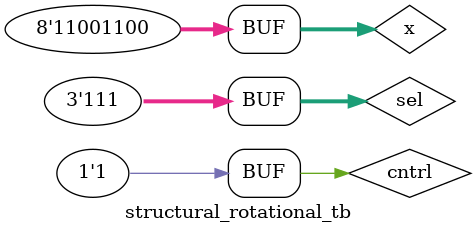
<source format=v>
module design_2_1_MUX(
		input a0,
		input a1,
		input s,
		output z
		);
	wire T1,T2,sbar;
	not(sbar,s);
	and (T1,a1,s) , (T2,a0,sbar);
	or (z,T1,T2);
endmodule

module layer_1_8_8_MUX(
        input [7:0] x,
        input  sel,
        input cntrl,
        output [7:0] z
        );
    wire ip1;
    design_2_1_MUX a1(1'b0,x[7],cntrl,ip1);
	design_2_1_MUX b1(x[0],ip1,sel,z[0]);
	design_2_1_MUX b2(x[1],x[0],sel,z[1]);
	design_2_1_MUX b3(x[2],x[1],sel,z[2]);
	design_2_1_MUX b4(x[3],x[2],sel,z[3]);
	design_2_1_MUX b5(x[4],x[3],sel,z[4]);
	design_2_1_MUX b6(x[5],x[4],sel,z[5]);
	design_2_1_MUX b7(x[6],x[5],sel,z[6]);
    design_2_1_MUX b8(x[7],x[6],sel,z[7]);
endmodule

module layer_2_8_8_MUX(
        input [7:0] x,
        input  sel,
        input cntrl,
        output [7:0] z
        );
    wire ip1,ip2;
    design_2_1_MUX a1(1'b0,x[6],cntrl,ip1);
    design_2_1_MUX a2(1'b0,x[7],cntrl,ip2);
	design_2_1_MUX b1(x[0],ip1,sel,z[0]);
	design_2_1_MUX b2(x[1],ip2,sel,z[1]);
	design_2_1_MUX b3(x[2],x[0],sel,z[2]);
	design_2_1_MUX b4(x[3],x[1],sel,z[3]);
	design_2_1_MUX b5(x[4],x[2],sel,z[4]);
	design_2_1_MUX b6(x[5],x[3],sel,z[5]);
	design_2_1_MUX b7(x[6],x[4],sel,z[6]);
    design_2_1_MUX b8(x[7],x[5],sel,z[7]);
endmodule

module layer_3_8_8_MUX(
        input [7:0] x,
        input  sel,
        input cntrl,
        output [7:0] z
        );
    wire ip1,ip2,ip3,ip4;
    design_2_1_MUX a1(1'b0,x[4],cntrl,ip1);
    design_2_1_MUX a2(1'b0,x[5],cntrl,ip2);
    design_2_1_MUX a3(1'b0,x[6],cntrl,ip3);
    design_2_1_MUX a4(1'b0,x[7],cntrl,ip4);
	design_2_1_MUX b1(x[0],ip1,sel,z[0]);
	design_2_1_MUX b2(x[1],ip2,sel,z[1]);
	design_2_1_MUX b3(x[2],ip3,sel,z[2]);
	design_2_1_MUX b4(x[3],ip4,sel,z[3]);
	design_2_1_MUX b5(x[4],x[0],sel,z[4]);
	design_2_1_MUX b6(x[5],x[1],sel,z[5]);
	design_2_1_MUX b7(x[6],x[2],sel,z[6]);
    design_2_1_MUX b8(x[7],x[3],sel,z[7]);
endmodule

module structural_rotational(
        input [7:0] x,
        input [2:0] sel,
        input cntrl,
        output [7:0] z
        );
    wire [7:0]z1;
    wire [7:0]z2;
    layer_1_8_8_MUX l1(x,sel[0],cntrl,z1);
    layer_2_8_8_MUX l2(z1,sel[1],cntrl,z2);
    layer_3_8_8_MUX l3(z2,sel[2],cntrl,z);
endmodule

module structural_rotational_tb;
	// Inputs
	reg [7:0] x;
	reg  [2:0]sel;
    reg cntrl;
	// Outputs
	wire [7:0]z;
	// Instantiate the Unit Under Test (UUT)
	structural_rotational uut (
		.x(x), 
		.sel(sel), 
        .cntrl(cntrl),
		.z(z)
	);
 
	initial begin	
		$dumpfile("test.vcd");
    	$dumpvars(0,structural_rotational_tb);
	end

	initial begin
	// Initialize Inputs
	#0  x = 8'b11001100;sel=3'b000 ;cntrl=1'b0;
    #10 sel=3'b001 ;cntrl=1'b0;
	#10 sel=3'b010 ;cntrl=1'b0;
	#10 sel=3'b011 ;cntrl=1'b0;
	#10 sel=3'b100 ;cntrl=1'b0;
	#10 sel=3'b101 ;cntrl=1'b0;
	#10 sel=3'b110 ;cntrl=1'b0;
	#10 sel=3'b111 ;cntrl=1'b0;
    #10 sel=3'b000 ;cntrl=1'b1;
    #10 sel=3'b001 ;cntrl=1'b1;
	#10 sel=3'b010 ;cntrl=1'b1;
	#10 sel=3'b011 ;cntrl=1'b1;
	#10 sel=3'b100 ;cntrl=1'b1;
	#10 sel=3'b101 ;cntrl=1'b1;
	#10 sel=3'b110 ;cntrl=1'b1;
	#10 sel=3'b111 ;cntrl=1'b1;
    #10;
	end  

	initial begin
		$monitor("t=%3d x=%b,sel=%b,z=%b,cntrl=%b \n",$time,x,sel,z,cntrl);
	end
 
endmodule
</source>
